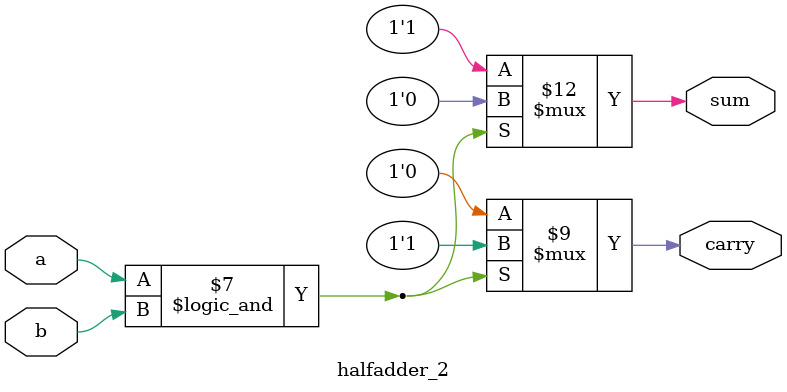
<source format=v>
module halfadder_2(a,b,carry,sum);
input a,b;
output reg carry,sum;
always@(a or b)
begin
	if (a == 1'b0 && b == 1'b0)
	begin		
	sum <= 1'b0;
	carry <= 1'b0;
	end
	
	if (a == 1'b1 && b == 1'b1)
	begin		
	sum <= 1'b0;
	carry <= 1'b1;
	end

	else
	begin	
	sum = 1'b1;
	carry=1'b0;
	end
end	
endmodule

</source>
